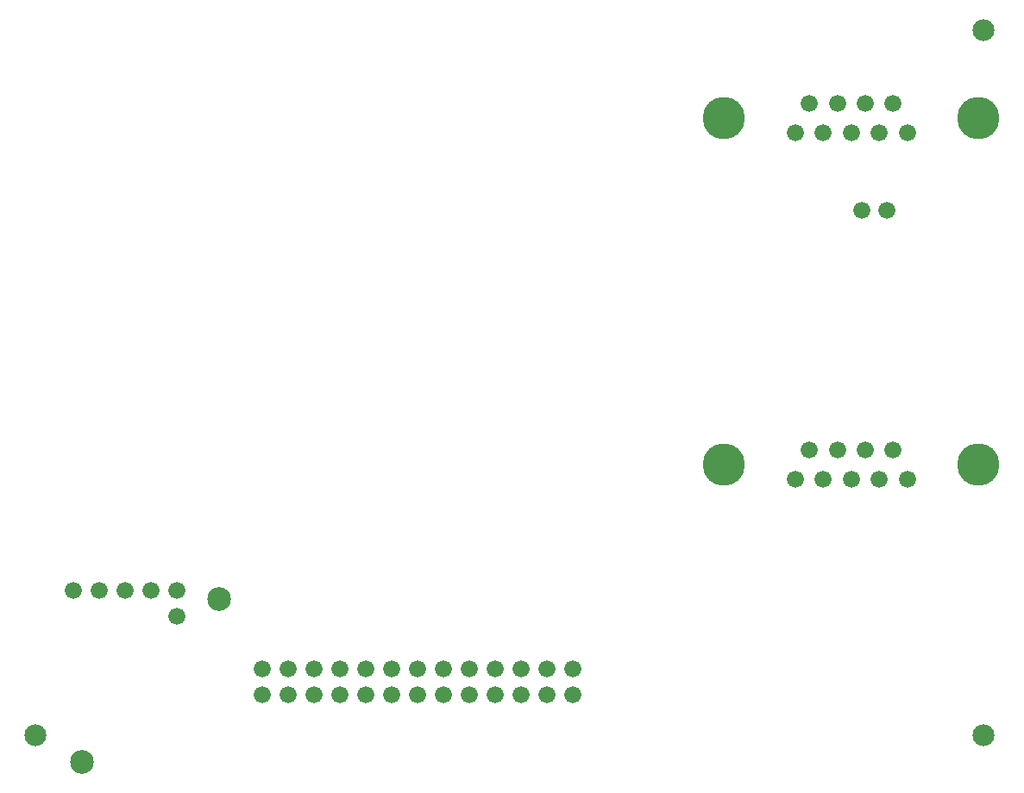
<source format=gbs>
G04 Layer_Color=16711935*
%FSLAX44Y44*%
%MOMM*%
G71*
G01*
G75*
%ADD40C,1.6740*%
%ADD41C,4.1500*%
%ADD42C,2.3344*%
%ADD43C,2.1500*%
D40*
X889800Y300800D02*
D03*
X835000D02*
D03*
X807600D02*
D03*
X862400D02*
D03*
X780200D02*
D03*
X793900Y329200D02*
D03*
X821300D02*
D03*
X848700D02*
D03*
X876100D02*
D03*
X889800Y640800D02*
D03*
X835000D02*
D03*
X807600D02*
D03*
X862400D02*
D03*
X780200D02*
D03*
X793900Y669200D02*
D03*
X821300D02*
D03*
X848700D02*
D03*
X876100D02*
D03*
X435000Y88900D02*
D03*
Y114300D02*
D03*
X460400D02*
D03*
Y88900D02*
D03*
X485800Y114300D02*
D03*
Y88900D02*
D03*
X511200Y114300D02*
D03*
Y88900D02*
D03*
X536600Y114300D02*
D03*
Y88900D02*
D03*
X562000Y114300D02*
D03*
Y88900D02*
D03*
X409600Y114300D02*
D03*
Y88900D02*
D03*
X384200Y114300D02*
D03*
Y88900D02*
D03*
X358800Y114300D02*
D03*
Y88900D02*
D03*
X333400Y114300D02*
D03*
Y88900D02*
D03*
X308000Y114300D02*
D03*
Y88900D02*
D03*
X282600Y114300D02*
D03*
Y88900D02*
D03*
X257200Y114300D02*
D03*
Y88900D02*
D03*
X870000Y565000D02*
D03*
X845000D02*
D03*
X172710Y166010D02*
D03*
X71110Y191410D02*
D03*
X96510D02*
D03*
X121910D02*
D03*
X147310D02*
D03*
X172710D02*
D03*
D41*
X710050Y315000D02*
D03*
X959950D02*
D03*
X710050Y655000D02*
D03*
X959950D02*
D03*
D42*
X80000Y22500D02*
D03*
X214620Y182520D02*
D03*
D43*
X965100Y49000D02*
D03*
Y741900D02*
D03*
X34200Y49000D02*
D03*
M02*

</source>
